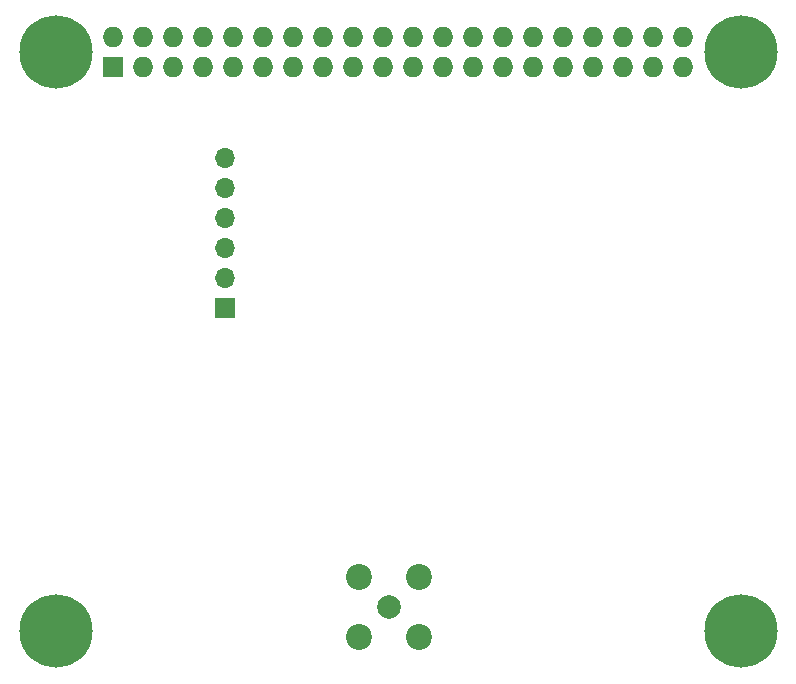
<source format=gbs>
G04 #@! TF.FileFunction,Soldermask,Bot*
%FSLAX46Y46*%
G04 Gerber Fmt 4.6, Leading zero omitted, Abs format (unit mm)*
G04 Created by KiCad (PCBNEW 4.0.7) date Sat Mar 24 05:53:16 2018*
%MOMM*%
%LPD*%
G01*
G04 APERTURE LIST*
%ADD10C,0.100000*%
%ADD11R,1.727200X1.727200*%
%ADD12O,1.727200X1.727200*%
%ADD13C,6.200000*%
%ADD14C,2.200000*%
%ADD15C,2.000000*%
%ADD16R,1.700000X1.700000*%
%ADD17O,1.700000X1.700000*%
G04 APERTURE END LIST*
D10*
D11*
X52270000Y-43370000D03*
D12*
X52270000Y-40830000D03*
X54810000Y-43370000D03*
X54810000Y-40830000D03*
X57350000Y-43370000D03*
X57350000Y-40830000D03*
X59890000Y-43370000D03*
X59890000Y-40830000D03*
X62430000Y-43370000D03*
X62430000Y-40830000D03*
X64970000Y-43370000D03*
X64970000Y-40830000D03*
X67510000Y-43370000D03*
X67510000Y-40830000D03*
X70050000Y-43370000D03*
X70050000Y-40830000D03*
X72590000Y-43370000D03*
X72590000Y-40830000D03*
X75130000Y-43370000D03*
X75130000Y-40830000D03*
X77670000Y-43370000D03*
X77670000Y-40830000D03*
X80210000Y-43370000D03*
X80210000Y-40830000D03*
X82750000Y-43370000D03*
X82750000Y-40830000D03*
X85290000Y-43370000D03*
X85290000Y-40830000D03*
X87830000Y-43370000D03*
X87830000Y-40830000D03*
X90370000Y-43370000D03*
X90370000Y-40830000D03*
X92910000Y-43370000D03*
X92910000Y-40830000D03*
X95450000Y-43370000D03*
X95450000Y-40830000D03*
X97990000Y-43370000D03*
X97990000Y-40830000D03*
X100530000Y-43370000D03*
X100530000Y-40830000D03*
D13*
X105400000Y-42100000D03*
X105400000Y-91100000D03*
X47400000Y-91100000D03*
X47400000Y-42100000D03*
D14*
X73088500Y-86550500D03*
X78168500Y-86550500D03*
X78168500Y-91630500D03*
X73088500Y-91630500D03*
D15*
X75628500Y-89090500D03*
D16*
X61722000Y-63754000D03*
D17*
X61722000Y-61214000D03*
X61722000Y-58674000D03*
X61722000Y-56134000D03*
X61722000Y-53594000D03*
X61722000Y-51054000D03*
M02*

</source>
